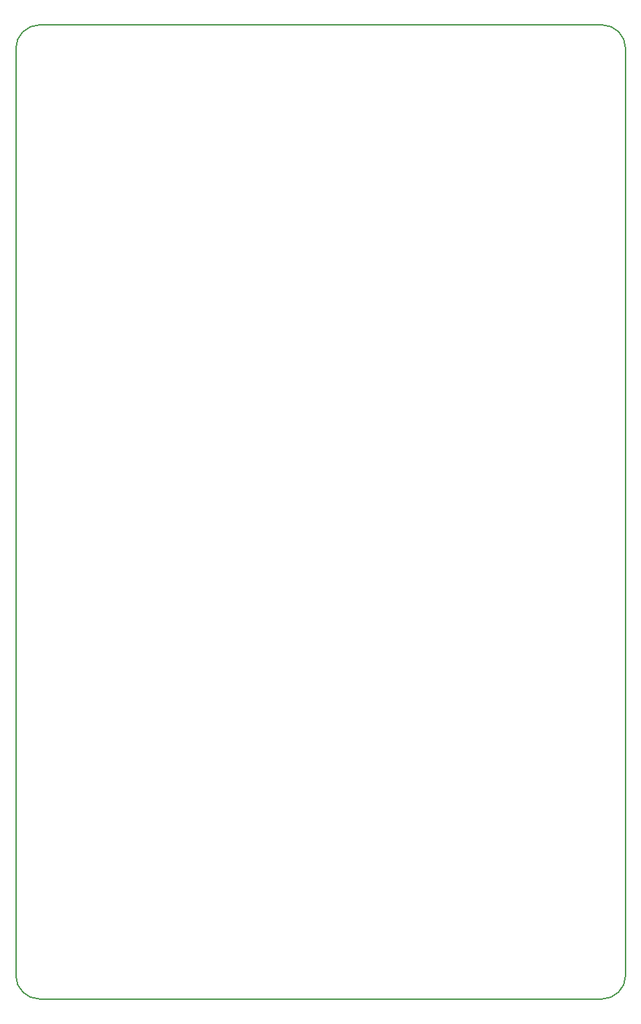
<source format=gbr>
G04 DipTrace 4.0.0.3*
G04 BoardOutline.gbr*
%MOIN*%
G04 #@! TF.FileFunction,Profile*
G04 #@! TF.Part,Single*
%ADD12C,0.005512*%
%FSLAX26Y26*%
G04*
G70*
G90*
G75*
G01*
G04 BoardOutline*
%LPD*%
X511811Y393701D2*
D12*
X3307087D1*
G03X3425197Y511811I2J118108D01*
G01*
Y5118110D1*
G03X3307087Y5236220I-118108J2D01*
G01*
X511811D1*
G03X393701Y5118110I-2J-118108D01*
G01*
Y511811D1*
G03X511811Y393701I118108J-2D01*
G01*
M02*

</source>
